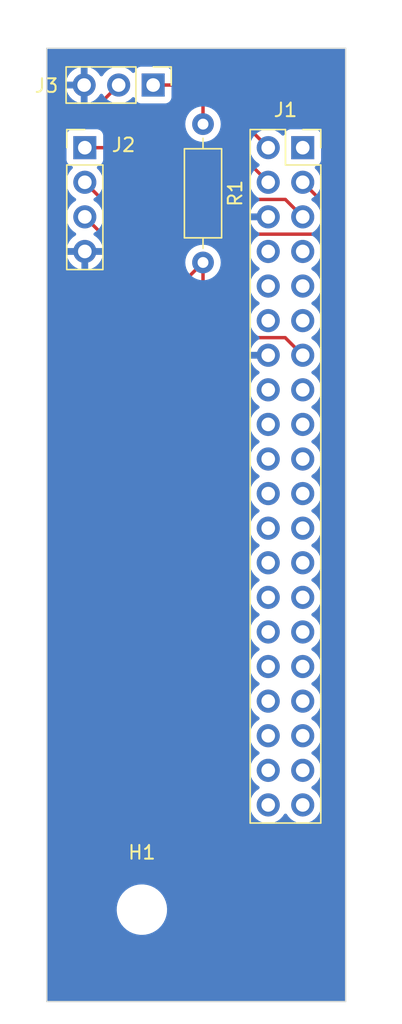
<source format=kicad_pcb>
(kicad_pcb (version 20221018) (generator pcbnew)
  (layers (0 "F.Cu" signal) (31 "B.Cu" signal) (34 "B.Paste" user) (35 "F.Paste" user) (36 "B.SilkS" user "B.Silkscreen") (37 "F.SilkS" user "F.Silkscreen") (38 "B.Mask" user) (39 "F.Mask" user) (44 "Edge.Cuts" user))
  (net 0 "")
  (net 2 "/Vin")
  (net 3 "/SDA")
  (net 4 "/5V")
  (net 5 "/SCL")
  (net 6 "/GND")
  (net 13 "/GPIO ")
  (footprint "Connector_PinHeader_2.54mm:PinHeader_1x04_P2.54mm_Vertical" (layer "F.Cu") (at 32.8 37.3)
    (fp_text reference "J2" (at 2.85 -0.2) (layer "F.SilkS"))
    (fp_text value "Conn_01x04_Pin")
    (fp_line (start -1.33 -1.33) (end 0 -1.33) (stroke (width 0.12)) (layer "F.SilkS"))
    (fp_line (start -1.33 0) (end -1.33 -1.33) (stroke (width 0.12)) (layer "F.SilkS"))
    (fp_line (start -1.33 1.27) (end -1.33 8.95) (stroke (width 0.12)) (layer "F.SilkS"))
    (fp_line (start -1.33 1.27) (end 1.33 1.27) (stroke (width 0.12)) (layer "F.SilkS"))
    (fp_line (start -1.33 8.95) (end 1.33 8.95) (stroke (width 0.12)) (layer "F.SilkS"))
    (fp_line (start 1.33 1.27) (end 1.33 8.95) (stroke (width 0.12)) (layer "F.SilkS"))
    (pad "1" thru_hole rect (at 0 0) (size 1.7 1.7) (drill 1) (layers "*.Cu" "*.Mask") (net 2 "/Vin"))
    (pad "2" thru_hole oval (at 0 2.54) (size 1.7 1.7) (drill 1) (layers "*.Cu" "*.Mask") (net 5 "/SCL"))
    (pad "3" thru_hole oval (at 0 5.08) (size 1.7 1.7) (drill 1) (layers "*.Cu" "*.Mask") (net 3 "/SDA"))
    (pad "4" thru_hole oval (at 0 7.62) (size 1.7 1.7) (drill 1) (layers "*.Cu" "*.Mask") (net 6 "/GND"))
  )
  (footprint "Connector_PinHeader_2.54mm:PinHeader_1x03_P2.54mm_Vertical" (layer "F.Cu") (at 37.83 32.7 -90)
    (fp_text reference "J3" (at 0.05 7.85) (layer "F.SilkS"))
    (fp_text value "Conn_01x03_Pin")
    (fp_line (start -1.33 -1.33) (end 0 -1.33) (stroke (width 0.12)) (layer "F.SilkS"))
    (fp_line (start -1.33 0) (end -1.33 -1.33) (stroke (width 0.12)) (layer "F.SilkS"))
    (fp_line (start -1.33 1.27) (end -1.33 6.41) (stroke (width 0.12)) (layer "F.SilkS"))
    (fp_line (start -1.33 1.27) (end 1.33 1.27) (stroke (width 0.12)) (layer "F.SilkS"))
    (fp_line (start -1.33 6.41) (end 1.33 6.41) (stroke (width 0.12)) (layer "F.SilkS"))
    (fp_line (start 1.33 1.27) (end 1.33 6.41) (stroke (width 0.12)) (layer "F.SilkS"))
    (pad "1" thru_hole rect (at 0 0 270) (size 1.7 1.7) (drill 1) (layers "*.Cu" "*.Mask") (net 4 "/5V"))
    (pad "2" thru_hole oval (at 0 2.54 270) (size 1.7 1.7) (drill 1) (layers "*.Cu" "*.Mask") (net 13 "/GPIO "))
    (pad "3" thru_hole oval (at 0 5.08 270) (size 1.7 1.7) (drill 1) (layers "*.Cu" "*.Mask") (net 6 "/GND"))
  )
  (footprint "Resistor_THT:R_Axial_DIN0207_L6.3mm_D2.5mm_P10.16mm_Horizontal" (layer "F.Cu") (at 41.5 35.57 -90)
    (fp_text reference "R1" (at 5.08 -2.37 90) (layer "F.SilkS"))
    (fp_text value "4.7k")
    (fp_line (start 1.04 0) (end 1.81 0) (stroke (width 0.12)) (layer "F.SilkS"))
    (fp_line (start 1.81 -1.37) (end 1.81 1.37) (stroke (width 0.12)) (layer "F.SilkS"))
    (fp_line (start 1.81 1.37) (end 8.35 1.37) (stroke (width 0.12)) (layer "F.SilkS"))
    (fp_line (start 8.35 -1.37) (end 1.81 -1.37) (stroke (width 0.12)) (layer "F.SilkS"))
    (fp_line (start 8.35 1.37) (end 8.35 -1.37) (stroke (width 0.12)) (layer "F.SilkS"))
    (fp_line (start 9.12 0) (end 8.35 0) (stroke (width 0.12)) (layer "F.SilkS"))
    (pad "1" thru_hole circle (at 0 0 270) (size 1.6 1.6) (drill 0.8) (layers "*.Cu" "*.Mask") (net 4 "/5V"))
    (pad "2" thru_hole oval (at 10.16 0 270) (size 1.6 1.6) (drill 0.8) (layers "*.Cu" "*.Mask") (net 13 "/GPIO "))
  )
  (footprint "MountingHole:MountingHole_3.2mm_M3" (layer "F.Cu") (at 37 93.25)
    (fp_text reference "H1" (at 0 -4.2) (layer "F.SilkS"))
    (fp_text value "MountingHole")
    (pad "" np_thru_hole circle (at 0 0) (size 3.2 3.2) (drill 3.2) (layers "*.Cu" "*.Mask"))
  )
  (footprint "Connector_PinSocket_2.54mm:PinSocket_2x20_P2.54mm_Vertical" (layer "F.Cu") (at 48.84 37.3)
    (fp_text reference "J1" (at -1.27 -2.77) (layer "F.SilkS"))
    (fp_text value "Conn_02x20_Odd_Even")
    (fp_line (start -3.87 -1.33) (end -3.87 49.59) (stroke (width 0.12)) (layer "F.SilkS"))
    (fp_line (start -3.87 -1.33) (end -1.27 -1.33) (stroke (width 0.12)) (layer "F.SilkS"))
    (fp_line (start -3.87 49.59) (end 1.33 49.59) (stroke (width 0.12)) (layer "F.SilkS"))
    (fp_line (start -1.27 -1.33) (end -1.27 1.27) (stroke (width 0.12)) (layer "F.SilkS"))
    (fp_line (start -1.27 1.27) (end 1.33 1.27) (stroke (width 0.12)) (layer "F.SilkS"))
    (fp_line (start 0 -1.33) (end 1.33 -1.33) (stroke (width 0.12)) (layer "F.SilkS"))
    (fp_line (start 1.33 -1.33) (end 1.33 0) (stroke (width 0.12)) (layer "F.SilkS"))
    (fp_line (start 1.33 1.27) (end 1.33 49.59) (stroke (width 0.12)) (layer "F.SilkS"))
    (pad "1" thru_hole rect (at 0 0) (size 1.7 1.7) (drill 1) (layers "*.Cu" "*.Mask"))
    (pad "2" thru_hole oval (at -2.54 0) (size 1.7 1.7) (drill 1) (layers "*.Cu" "*.Mask") (net 4 "/5V"))
    (pad "3" thru_hole oval (at 0 2.54) (size 1.7 1.7) (drill 1) (layers "*.Cu" "*.Mask") (net 3 "/SDA"))
    (pad "4" thru_hole oval (at -2.54 2.54) (size 1.7 1.7) (drill 1) (layers "*.Cu" "*.Mask") (net 2 "/Vin"))
    (pad "5" thru_hole oval (at 0 5.08) (size 1.7 1.7) (drill 1) (layers "*.Cu" "*.Mask") (net 5 "/SCL"))
    (pad "6" thru_hole oval (at -2.54 5.08) (size 1.7 1.7) (drill 1) (layers "*.Cu" "*.Mask") (net 6 "/GND"))
    (pad "7" thru_hole oval (at 0 7.62) (size 1.7 1.7) (drill 1) (layers "*.Cu" "*.Mask"))
    (pad "8" thru_hole oval (at -2.54 7.62) (size 1.7 1.7) (drill 1) (layers "*.Cu" "*.Mask"))
    (pad "9" thru_hole oval (at 0 10.16) (size 1.7 1.7) (drill 1) (layers "*.Cu" "*.Mask"))
    (pad "10" thru_hole oval (at -2.54 10.16) (size 1.7 1.7) (drill 1) (layers "*.Cu" "*.Mask"))
    (pad "11" thru_hole oval (at 0 12.7) (size 1.7 1.7) (drill 1) (layers "*.Cu" "*.Mask"))
    (pad "12" thru_hole oval (at -2.54 12.7) (size 1.7 1.7) (drill 1) (layers "*.Cu" "*.Mask"))
    (pad "13" thru_hole oval (at 0 15.24) (size 1.7 1.7) (drill 1) (layers "*.Cu" "*.Mask") (net 13 "/GPIO "))
    (pad "14" thru_hole oval (at -2.54 15.24) (size 1.7 1.7) (drill 1) (layers "*.Cu" "*.Mask") (net 6 "/GND"))
    (pad "15" thru_hole oval (at 0 17.78) (size 1.7 1.7) (drill 1) (layers "*.Cu" "*.Mask"))
    (pad "16" thru_hole oval (at -2.54 17.78) (size 1.7 1.7) (drill 1) (layers "*.Cu" "*.Mask"))
    (pad "17" thru_hole oval (at 0 20.32) (size 1.7 1.7) (drill 1) (layers "*.Cu" "*.Mask"))
    (pad "18" thru_hole oval (at -2.54 20.32) (size 1.7 1.7) (drill 1) (layers "*.Cu" "*.Mask"))
    (pad "19" thru_hole oval (at 0 22.86) (size 1.7 1.7) (drill 1) (layers "*.Cu" "*.Mask"))
    (pad "20" thru_hole oval (at -2.54 22.86) (size 1.7 1.7) (drill 1) (layers "*.Cu" "*.Mask"))
    (pad "21" thru_hole oval (at 0 25.4) (size 1.7 1.7) (drill 1) (layers "*.Cu" "*.Mask"))
    (pad "22" thru_hole oval (at -2.54 25.4) (size 1.7 1.7) (drill 1) (layers "*.Cu" "*.Mask"))
    (pad "23" thru_hole oval (at 0 27.94) (size 1.7 1.7) (drill 1) (layers "*.Cu" "*.Mask"))
    (pad "24" thru_hole oval (at -2.54 27.94) (size 1.7 1.7) (drill 1) (layers "*.Cu" "*.Mask"))
    (pad "25" thru_hole oval (at 0 30.48) (size 1.7 1.7) (drill 1) (layers "*.Cu" "*.Mask"))
    (pad "26" thru_hole oval (at -2.54 30.48) (size 1.7 1.7) (drill 1) (layers "*.Cu" "*.Mask"))
    (pad "27" thru_hole oval (at 0 33.02) (size 1.7 1.7) (drill 1) (layers "*.Cu" "*.Mask"))
    (pad "28" thru_hole oval (at -2.54 33.02) (size 1.7 1.7) (drill 1) (layers "*.Cu" "*.Mask"))
    (pad "29" thru_hole oval (at 0 35.56) (size 1.7 1.7) (drill 1) (layers "*.Cu" "*.Mask"))
    (pad "30" thru_hole oval (at -2.54 35.56) (size 1.7 1.7) (drill 1) (layers "*.Cu" "*.Mask"))
    (pad "31" thru_hole oval (at 0 38.1) (size 1.7 1.7) (drill 1) (layers "*.Cu" "*.Mask"))
    (pad "32" thru_hole oval (at -2.54 38.1) (size 1.7 1.7) (drill 1) (layers "*.Cu" "*.Mask"))
    (pad "33" thru_hole oval (at 0 40.64) (size 1.7 1.7) (drill 1) (layers "*.Cu" "*.Mask"))
    (pad "34" thru_hole oval (at -2.54 40.64) (size 1.7 1.7) (drill 1) (layers "*.Cu" "*.Mask"))
    (pad "35" thru_hole oval (at 0 43.18) (size 1.7 1.7) (drill 1) (layers "*.Cu" "*.Mask"))
    (pad "36" thru_hole oval (at -2.54 43.18) (size 1.7 1.7) (drill 1) (layers "*.Cu" "*.Mask"))
    (pad "37" thru_hole oval (at 0 45.72) (size 1.7 1.7) (drill 1) (layers "*.Cu" "*.Mask"))
    (pad "38" thru_hole oval (at -2.54 45.72) (size 1.7 1.7) (drill 1) (layers "*.Cu" "*.Mask"))
    (pad "39" thru_hole oval (at 0 48.26) (size 1.7 1.7) (drill 1) (layers "*.Cu" "*.Mask"))
    (pad "40" thru_hole oval (at -2.54 48.26) (size 1.7 1.7) (drill 1) (layers "*.Cu" "*.Mask"))
  )
  (gr_rect (start 30 30) (end 52 100) (stroke (width 0.1)) (fill none) (layer "Edge.Cuts"))
  (segment (start 43.76 37.3) (end 46.3 39.84) (width 0.25) (layer "F.Cu") (net 2))
  (segment (start 32.8 37.3) (end 43.76 37.3) (width 0.25) (layer "F.Cu") (net 2))
  (segment (start 49.8 43.65) (end 50.45 43) (width 0.25) (layer "F.Cu") (net 3))
  (segment (start 50.45 43) (end 50.45 41.45) (width 0.25) (layer "F.Cu") (net 3))
  (segment (start 32.8 42.38) (end 34.07 43.65) (width 0.25) (layer "F.Cu") (net 3))
  (segment (start 34.07 43.65) (end 49.8 43.65) (width 0.25) (layer "F.Cu") (net 3))
  (segment (start 50.45 41.45) (end 48.84 39.84) (width 0.25) (layer "F.Cu") (net 3))
  (segment (start 41.5 34) (end 41.7 33.8) (width 0.25) (layer "F.Cu") (net 4))
  (segment (start 41.7 32.7) (end 46.3 37.3) (width 0.25) (layer "F.Cu") (net 4))
  (segment (start 37.83 32.7) (end 41.7 32.7) (width 0.25) (layer "F.Cu") (net 4))
  (segment (start 41.7 33.8) (end 41.7 32.7) (width 0.25) (layer "F.Cu") (net 4))
  (segment (start 41.5 35.57) (end 41.5 34) (width 0.25) (layer "F.Cu") (net 4))
  (segment (start 34.06 41.1) (end 47.56 41.1) (width 0.25) (layer "F.Cu") (net 5))
  (segment (start 47.56 41.1) (end 48.84 42.38) (width 0.25) (layer "F.Cu") (net 5))
  (segment (start 32.8 39.84) (end 34.06 41.1) (width 0.25) (layer "F.Cu") (net 5))
  (segment (start 47.55 51.25) (end 48.84 52.54) (width 0.25) (layer "F.Cu") (net 13))
  (segment (start 41.5 48.4) (end 44.35 51.25) (width 0.25) (layer "F.Cu") (net 13))
  (segment (start 31.05 46.7) (end 40.53 46.7) (width 0.25) (layer "F.Cu") (net 13))
  (segment (start 40.53 46.7) (end 41.5 45.73) (width 0.25) (layer "F.Cu") (net 13))
  (segment (start 33.19 34.8) (end 31.8 34.8) (width 0.25) (layer "F.Cu") (net 13))
  (segment (start 35.29 32.7) (end 33.19 34.8) (width 0.25) (layer "F.Cu") (net 13))
  (segment (start 31.05 35.55) (end 31.05 46.7) (width 0.25) (layer "F.Cu") (net 13))
  (segment (start 31.8 34.8) (end 31.05 35.55) (width 0.25) (layer "F.Cu") (net 13))
  (segment (start 44.35 51.25) (end 47.55 51.25) (width 0.25) (layer "F.Cu") (net 13))
  (segment (start 41.5 45.73) (end 41.5 48.4) (width 0.25) (layer "F.Cu") (net 13))
  (zone (net 6) (net_name "/GND") (layer "B.Cu") (connect_pads (clearance 0.5)) (min_thickness 0.25) (fill yes (thermal_gap 0.5) (thermal_bridge_width 0.5))
    (polygon (pts (xy 28 29.45) (xy 53.15 29.4) (xy 53.35 101.65) (xy 27.8 101.45)))
  )
)
</source>
